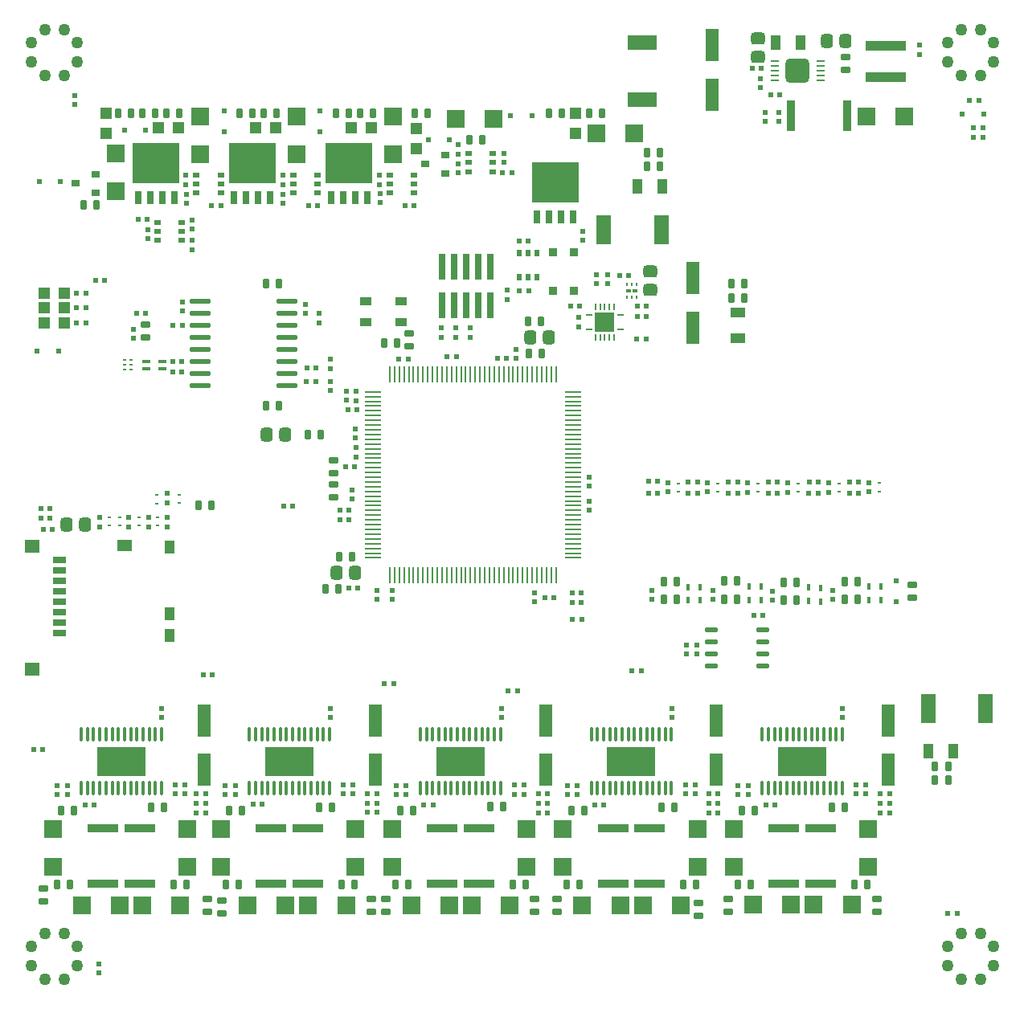
<source format=gtp>
G04 Layer_Color=8421504*
%FSLAX24Y24*%
%MOIN*%
G70*
G01*
G75*
%ADD12C,0.0500*%
%ADD53R,0.0591X0.0453*%
%ADD145R,0.0120X0.0102*%
%ADD146R,0.0236X0.0118*%
%ADD147R,0.0090X0.0137*%
G04:AMPARAMS|DCode=148|XSize=20mil|YSize=22mil|CornerRadius=3.4mil|HoleSize=0mil|Usage=FLASHONLY|Rotation=90.000|XOffset=0mil|YOffset=0mil|HoleType=Round|Shape=RoundedRectangle|*
%AMROUNDEDRECTD148*
21,1,0.0200,0.0152,0,0,90.0*
21,1,0.0132,0.0220,0,0,90.0*
1,1,0.0068,0.0076,0.0066*
1,1,0.0068,0.0076,-0.0066*
1,1,0.0068,-0.0076,-0.0066*
1,1,0.0068,-0.0076,0.0066*
%
%ADD148ROUNDEDRECTD148*%
G04:AMPARAMS|DCode=149|XSize=20mil|YSize=22mil|CornerRadius=3.4mil|HoleSize=0mil|Usage=FLASHONLY|Rotation=180.000|XOffset=0mil|YOffset=0mil|HoleType=Round|Shape=RoundedRectangle|*
%AMROUNDEDRECTD149*
21,1,0.0200,0.0152,0,0,180.0*
21,1,0.0132,0.0220,0,0,180.0*
1,1,0.0068,-0.0066,0.0076*
1,1,0.0068,0.0066,0.0076*
1,1,0.0068,0.0066,-0.0076*
1,1,0.0068,-0.0066,-0.0076*
%
%ADD149ROUNDEDRECTD149*%
%ADD150R,0.1279X0.0334*%
G04:AMPARAMS|DCode=151|XSize=27.1mil|YSize=37.4mil|CornerRadius=4.8mil|HoleSize=0mil|Usage=FLASHONLY|Rotation=0.000|XOffset=0mil|YOffset=0mil|HoleType=Round|Shape=RoundedRectangle|*
%AMROUNDEDRECTD151*
21,1,0.0271,0.0277,0,0,0.0*
21,1,0.0175,0.0374,0,0,0.0*
1,1,0.0097,0.0087,-0.0139*
1,1,0.0097,-0.0087,-0.0139*
1,1,0.0097,-0.0087,0.0139*
1,1,0.0097,0.0087,0.0139*
%
%ADD151ROUNDEDRECTD151*%
%ADD152R,0.0452X0.0334*%
%ADD153R,0.0315X0.0216*%
%ADD154O,0.0571X0.0216*%
%ADD155O,0.0886X0.0216*%
G04:AMPARAMS|DCode=156|XSize=103mil|YSize=103mil|CornerRadius=25.3mil|HoleSize=0mil|Usage=FLASHONLY|Rotation=0.000|XOffset=0mil|YOffset=0mil|HoleType=Round|Shape=RoundedRectangle|*
%AMROUNDEDRECTD156*
21,1,0.1030,0.0525,0,0,0.0*
21,1,0.0525,0.1030,0,0,0.0*
1,1,0.0505,0.0263,-0.0263*
1,1,0.0505,-0.0263,-0.0263*
1,1,0.0505,-0.0263,0.0263*
1,1,0.0505,0.0263,0.0263*
%
%ADD156ROUNDEDRECTD156*%
%ADD157R,0.0382X0.0098*%
%ADD158O,0.0098X0.0689*%
%ADD159O,0.0689X0.0098*%
G04:AMPARAMS|DCode=160|XSize=27.1mil|YSize=37.4mil|CornerRadius=4.8mil|HoleSize=0mil|Usage=FLASHONLY|Rotation=270.000|XOffset=0mil|YOffset=0mil|HoleType=Round|Shape=RoundedRectangle|*
%AMROUNDEDRECTD160*
21,1,0.0271,0.0277,0,0,270.0*
21,1,0.0175,0.0374,0,0,270.0*
1,1,0.0097,-0.0139,-0.0087*
1,1,0.0097,-0.0139,0.0087*
1,1,0.0097,0.0139,0.0087*
1,1,0.0097,0.0139,-0.0087*
%
%ADD160ROUNDEDRECTD160*%
%ADD161R,0.0334X0.1279*%
%ADD162R,0.1950X0.1680*%
%ADD163R,0.0260X0.0540*%
%ADD164R,0.0460X0.0460*%
%ADD165R,0.1653X0.0445*%
G04:AMPARAMS|DCode=166|XSize=50mil|YSize=58mil|CornerRadius=12mil|HoleSize=0mil|Usage=FLASHONLY|Rotation=0.000|XOffset=0mil|YOffset=0mil|HoleType=Round|Shape=RoundedRectangle|*
%AMROUNDEDRECTD166*
21,1,0.0500,0.0340,0,0,0.0*
21,1,0.0260,0.0580,0,0,0.0*
1,1,0.0240,0.0130,-0.0170*
1,1,0.0240,-0.0130,-0.0170*
1,1,0.0240,-0.0130,0.0170*
1,1,0.0240,0.0130,0.0170*
%
%ADD166ROUNDEDRECTD166*%
%ADD167R,0.0275X0.1082*%
%ADD168R,0.0460X0.0460*%
%ADD169R,0.0770X0.0770*%
%ADD170R,0.0770X0.0770*%
%ADD171R,0.0220X0.0220*%
%ADD172R,0.0180X0.0260*%
%ADD173R,0.0610X0.1240*%
%ADD174R,0.1240X0.0610*%
G04:AMPARAMS|DCode=175|XSize=50mil|YSize=58mil|CornerRadius=12mil|HoleSize=0mil|Usage=FLASHONLY|Rotation=90.000|XOffset=0mil|YOffset=0mil|HoleType=Round|Shape=RoundedRectangle|*
%AMROUNDEDRECTD175*
21,1,0.0500,0.0340,0,0,90.0*
21,1,0.0260,0.0580,0,0,90.0*
1,1,0.0240,0.0170,0.0130*
1,1,0.0240,0.0170,-0.0130*
1,1,0.0240,-0.0170,-0.0130*
1,1,0.0240,-0.0170,0.0130*
%
%ADD175ROUNDEDRECTD175*%
%ADD176R,0.0413X0.0649*%
%ADD177R,0.0649X0.0413*%
%ADD178R,0.0433X0.0571*%
%ADD179R,0.0571X0.0295*%
%ADD180R,0.0649X0.0531*%
%ADD181R,0.0531X0.1319*%
%ADD182R,0.0340X0.0300*%
%ADD183R,0.2035X0.1200*%
%ADD184O,0.0118X0.0649*%
%ADD185R,0.0138X0.0098*%
%ADD186R,0.0220X0.0220*%
%ADD187R,0.0216X0.0315*%
%ADD188R,0.0334X0.0137*%
%ADD189O,0.0090X0.0295*%
%ADD190O,0.0295X0.0090*%
%ADD191R,0.0787X0.0787*%
%ADD192R,0.0374X0.0334*%
G36*
X13631Y33643D02*
Y33592D01*
X13419D01*
Y33643D01*
X13454Y33679D01*
X13596D01*
X13631Y33643D01*
D02*
G37*
G36*
X14010D02*
Y33592D01*
X13800D01*
Y33643D01*
X13840Y33679D01*
X13980D01*
X14010Y33643D01*
D02*
G37*
G36*
X13257Y33640D02*
Y33592D01*
X13116D01*
Y33683D01*
X13214D01*
X13257Y33640D01*
D02*
G37*
G36*
X10000Y33643D02*
Y33592D01*
X9790D01*
Y33643D01*
X9830Y33679D01*
X9970D01*
X10000Y33643D01*
D02*
G37*
G36*
X10300Y33592D02*
X10170D01*
Y33640D01*
X10210Y33683D01*
X10300D01*
Y33592D01*
D02*
G37*
G36*
X21808Y34200D02*
X21773Y34170D01*
X21623D01*
X21584Y34210D01*
Y34450D01*
X21808D01*
Y34200D01*
D02*
G37*
G36*
X22186D02*
X22151Y34170D01*
X22001D01*
X21962Y34210D01*
Y34450D01*
X22186D01*
Y34200D01*
D02*
G37*
G36*
X23235Y33930D02*
X23135D01*
Y34450D01*
X23235D01*
Y33930D01*
D02*
G37*
G36*
X14310Y33592D02*
X14180D01*
Y33640D01*
X14220Y33683D01*
X14310D01*
Y33592D01*
D02*
G37*
G36*
X21415Y33930D02*
X21304D01*
Y34450D01*
X21415D01*
Y33930D01*
D02*
G37*
G36*
X22865Y32792D02*
X22735D01*
Y32840D01*
X22775Y32883D01*
X22865D01*
Y32792D01*
D02*
G37*
G36*
X5262Y33640D02*
Y33592D01*
X5120D01*
Y33683D01*
X5219D01*
X5262Y33640D01*
D02*
G37*
G36*
X22565Y32843D02*
Y32792D01*
X22355D01*
Y32843D01*
X22395Y32879D01*
X22535D01*
X22565Y32843D01*
D02*
G37*
G36*
X21812Y32840D02*
Y32792D01*
X21670D01*
Y32883D01*
X21769D01*
X21812Y32840D01*
D02*
G37*
G36*
X22186Y32843D02*
Y32792D01*
X21974D01*
Y32843D01*
X22009Y32879D01*
X22151D01*
X22186Y32843D01*
D02*
G37*
G36*
X9247Y33640D02*
Y33592D01*
X9106D01*
Y33683D01*
X9204D01*
X9247Y33640D01*
D02*
G37*
G36*
X9621Y33643D02*
Y33592D01*
X9409D01*
Y33643D01*
X9444Y33679D01*
X9586D01*
X9621Y33643D01*
D02*
G37*
G36*
X6315Y33592D02*
X6185D01*
Y33640D01*
X6225Y33683D01*
X6315D01*
Y33592D01*
D02*
G37*
G36*
X5636Y33643D02*
Y33592D01*
X5424D01*
Y33643D01*
X5459Y33679D01*
X5601D01*
X5636Y33643D01*
D02*
G37*
G36*
X6015D02*
Y33592D01*
X5805D01*
Y33643D01*
X5845Y33679D01*
X5985D01*
X6015Y33643D01*
D02*
G37*
G36*
X9621Y35000D02*
X9586Y34970D01*
X9436D01*
X9397Y35010D01*
Y35250D01*
X9621D01*
Y35000D01*
D02*
G37*
G36*
X10000Y35010D02*
X9960Y34970D01*
X9820D01*
X9780Y35010D01*
Y35250D01*
X10000D01*
Y35010D01*
D02*
G37*
G36*
X9243Y35000D02*
X9208Y34970D01*
X9058D01*
X9019Y35010D01*
Y35250D01*
X9243D01*
Y35000D01*
D02*
G37*
G36*
X6015Y35010D02*
X5975Y34970D01*
X5835D01*
X5795Y35010D01*
Y35250D01*
X6015D01*
Y35010D01*
D02*
G37*
G36*
X6385D02*
X6355Y34970D01*
X6205D01*
X6165Y35010D01*
Y35250D01*
X6385D01*
Y35010D01*
D02*
G37*
G36*
X14010D02*
X13970Y34970D01*
X13830D01*
X13790Y35010D01*
Y35250D01*
X14010D01*
Y35010D01*
D02*
G37*
G36*
X14380D02*
X14350Y34970D01*
X14200D01*
X14160Y35010D01*
Y35250D01*
X14380D01*
Y35010D01*
D02*
G37*
G36*
X13631Y35000D02*
X13596Y34970D01*
X13446D01*
X13407Y35010D01*
Y35250D01*
X13631D01*
Y35000D01*
D02*
G37*
G36*
X10370Y35010D02*
X10340Y34970D01*
X10190D01*
X10150Y35010D01*
Y35250D01*
X10370D01*
Y35010D01*
D02*
G37*
G36*
X13253Y35000D02*
X13218Y34970D01*
X13068D01*
X13029Y35010D01*
Y35250D01*
X13253D01*
Y35000D01*
D02*
G37*
G36*
X6685Y34730D02*
X6585D01*
Y35250D01*
X6685D01*
Y34730D01*
D02*
G37*
G36*
X8850D02*
X8739D01*
Y35250D01*
X8850D01*
Y34730D01*
D02*
G37*
G36*
X4865D02*
X4754D01*
Y35250D01*
X4865D01*
Y34730D01*
D02*
G37*
G36*
X22565Y34210D02*
X22525Y34170D01*
X22385D01*
X22345Y34210D01*
Y34450D01*
X22565D01*
Y34210D01*
D02*
G37*
G36*
X22935D02*
X22905Y34170D01*
X22755D01*
X22715Y34210D01*
Y34450D01*
X22935D01*
Y34210D01*
D02*
G37*
G36*
X5258Y35000D02*
X5223Y34970D01*
X5073D01*
X5034Y35010D01*
Y35250D01*
X5258D01*
Y35000D01*
D02*
G37*
G36*
X5636D02*
X5601Y34970D01*
X5451D01*
X5412Y35010D01*
Y35250D01*
X5636D01*
Y35000D01*
D02*
G37*
G36*
X14680Y34730D02*
X14580D01*
Y35250D01*
X14680D01*
Y34730D01*
D02*
G37*
G36*
X10670D02*
X10570D01*
Y35250D01*
X10670D01*
Y34730D01*
D02*
G37*
G36*
X12860D02*
X12749D01*
Y35250D01*
X12860D01*
Y34730D01*
D02*
G37*
D12*
X40445Y1106D02*
D03*
Y1894D02*
D03*
X39894Y2445D02*
D03*
X39106D02*
D03*
X38555Y1894D02*
D03*
Y1106D02*
D03*
X39106Y555D02*
D03*
X39894D02*
D03*
X40445Y38606D02*
D03*
Y39394D02*
D03*
X39894Y39945D02*
D03*
X39106D02*
D03*
X38555Y39394D02*
D03*
Y38606D02*
D03*
X39106Y38055D02*
D03*
X39894D02*
D03*
X2445Y38606D02*
D03*
Y39394D02*
D03*
X1894Y39945D02*
D03*
X1106D02*
D03*
X555Y39394D02*
D03*
Y38606D02*
D03*
X1106Y38055D02*
D03*
X1894D02*
D03*
X2445Y1106D02*
D03*
Y1894D02*
D03*
X1894Y2445D02*
D03*
X1106D02*
D03*
X555Y1894D02*
D03*
Y1106D02*
D03*
X1106Y555D02*
D03*
X1894D02*
D03*
D53*
X4415Y18549D02*
D03*
D145*
X4397Y26225D02*
D03*
X4397Y26028D02*
D03*
Y25831D02*
D03*
X4663Y25831D02*
D03*
Y26028D02*
D03*
X4663Y26225D02*
D03*
D146*
X25584Y29106D02*
D03*
X25308D02*
D03*
D147*
X25250Y29362D02*
D03*
X25446D02*
D03*
X25643D02*
D03*
Y28850D02*
D03*
X25446D02*
D03*
X25250D02*
D03*
D148*
X31533Y36141D02*
D03*
Y36520D02*
D03*
X30980Y36519D02*
D03*
Y36140D02*
D03*
X4587Y19318D02*
D03*
Y19697D02*
D03*
X3381Y19320D02*
D03*
Y19699D02*
D03*
X5404Y19698D02*
D03*
Y19319D02*
D03*
X6171Y20702D02*
D03*
Y20323D02*
D03*
X13600Y24560D02*
D03*
Y24939D02*
D03*
X12950Y26269D02*
D03*
Y25890D02*
D03*
Y24961D02*
D03*
Y25340D02*
D03*
X6181Y19698D02*
D03*
Y19319D02*
D03*
X30780Y37530D02*
D03*
Y37909D02*
D03*
X15671Y8587D02*
D03*
Y8208D02*
D03*
X20970Y8599D02*
D03*
Y8220D02*
D03*
X23986Y29406D02*
D03*
Y29785D02*
D03*
X15000Y33140D02*
D03*
Y32761D02*
D03*
X10990Y33123D02*
D03*
Y32744D02*
D03*
X23228Y27615D02*
D03*
Y27994D02*
D03*
X6965Y33123D02*
D03*
Y32744D02*
D03*
X18240Y34790D02*
D03*
Y35169D02*
D03*
X18250Y34390D02*
D03*
Y34011D02*
D03*
X7210Y32049D02*
D03*
Y31670D02*
D03*
X5360Y31640D02*
D03*
Y31261D02*
D03*
X29846Y8208D02*
D03*
Y8587D02*
D03*
X22757Y8208D02*
D03*
Y8587D02*
D03*
X8580Y8208D02*
D03*
Y8587D02*
D03*
X1611Y8208D02*
D03*
Y8587D02*
D03*
X34740Y8609D02*
D03*
Y8230D02*
D03*
X27660Y8609D02*
D03*
Y8230D02*
D03*
X6800Y28270D02*
D03*
Y28647D02*
D03*
X11900Y28170D02*
D03*
Y28547D02*
D03*
X14880Y16670D02*
D03*
Y16293D02*
D03*
X14020Y24553D02*
D03*
Y24930D02*
D03*
X17530Y27183D02*
D03*
Y27560D02*
D03*
X33790Y16297D02*
D03*
Y16674D02*
D03*
X31260Y16267D02*
D03*
Y16644D02*
D03*
X28800Y16684D02*
D03*
Y16307D02*
D03*
X26290Y16669D02*
D03*
Y16292D02*
D03*
X37380Y38923D02*
D03*
Y39300D02*
D03*
X23670Y21390D02*
D03*
Y21013D02*
D03*
X13990Y23000D02*
D03*
Y23377D02*
D03*
X21420Y16210D02*
D03*
Y16587D02*
D03*
X23660Y20010D02*
D03*
Y20387D02*
D03*
X20650Y26690D02*
D03*
Y26313D02*
D03*
X14000Y22600D02*
D03*
Y22223D02*
D03*
X13850Y20470D02*
D03*
Y20847D02*
D03*
X20024Y11410D02*
D03*
Y11787D02*
D03*
X16084Y8210D02*
D03*
Y8587D02*
D03*
X7215Y31195D02*
D03*
Y30818D02*
D03*
X34190Y11787D02*
D03*
Y11410D02*
D03*
X27110Y11787D02*
D03*
Y11410D02*
D03*
X12930Y11787D02*
D03*
Y11410D02*
D03*
X5944Y11787D02*
D03*
Y11410D02*
D03*
X30259Y8587D02*
D03*
Y8210D02*
D03*
X23170Y8587D02*
D03*
Y8210D02*
D03*
X8993Y8587D02*
D03*
Y8210D02*
D03*
X2024Y8587D02*
D03*
Y8210D02*
D03*
X27717Y14043D02*
D03*
Y14422D02*
D03*
X2340Y36841D02*
D03*
Y37220D02*
D03*
X3350Y1189D02*
D03*
Y810D02*
D03*
X33610Y21130D02*
D03*
Y20751D02*
D03*
X30250Y21130D02*
D03*
Y20751D02*
D03*
X26940Y21140D02*
D03*
Y20761D02*
D03*
X35290Y21140D02*
D03*
Y20761D02*
D03*
X31910Y21130D02*
D03*
Y20751D02*
D03*
X28590Y21140D02*
D03*
Y20761D02*
D03*
X12480Y28160D02*
D03*
Y27783D02*
D03*
X6510Y8230D02*
D03*
Y8607D02*
D03*
X13470Y8230D02*
D03*
Y8607D02*
D03*
X6910Y8230D02*
D03*
Y8609D02*
D03*
X13870Y8230D02*
D03*
Y8609D02*
D03*
X28060Y8230D02*
D03*
Y8609D02*
D03*
X35140Y8230D02*
D03*
Y8609D02*
D03*
X20570Y8220D02*
D03*
Y8599D02*
D03*
X20140Y34440D02*
D03*
Y34819D02*
D03*
X6955Y33521D02*
D03*
Y33900D02*
D03*
X10990Y33521D02*
D03*
Y33900D02*
D03*
X14990Y33520D02*
D03*
Y33899D02*
D03*
X23410Y31570D02*
D03*
Y31191D02*
D03*
X24439Y29406D02*
D03*
Y29785D02*
D03*
X15510Y16670D02*
D03*
Y16293D02*
D03*
X28140Y14041D02*
D03*
Y14420D02*
D03*
X18750Y27181D02*
D03*
Y27560D02*
D03*
X20260Y28751D02*
D03*
Y29130D02*
D03*
X18130Y27559D02*
D03*
Y27180D02*
D03*
X4760Y27140D02*
D03*
Y27517D02*
D03*
D149*
X21949Y8234D02*
D03*
X21570D02*
D03*
X6789Y25730D02*
D03*
X6410D02*
D03*
X12339Y25900D02*
D03*
X11960D02*
D03*
X6789Y26170D02*
D03*
X6410D02*
D03*
X12329Y25350D02*
D03*
X11950D02*
D03*
X13939Y21820D02*
D03*
X13560D02*
D03*
X1320Y19690D02*
D03*
X941D02*
D03*
X30433Y38334D02*
D03*
X30812D02*
D03*
X2800Y29010D02*
D03*
X2421D02*
D03*
X21150Y31160D02*
D03*
X20771D02*
D03*
X25656Y27096D02*
D03*
X26035D02*
D03*
X4970Y32060D02*
D03*
X5349D02*
D03*
X14869Y7460D02*
D03*
X14490D02*
D03*
X7759Y7450D02*
D03*
X7380D02*
D03*
X36129Y8240D02*
D03*
X35750D02*
D03*
X29019Y8230D02*
D03*
X28640D02*
D03*
X14869Y8240D02*
D03*
X14490D02*
D03*
X7759D02*
D03*
X7380D02*
D03*
X32789Y20698D02*
D03*
X33168D02*
D03*
X29451Y20700D02*
D03*
X29830D02*
D03*
X26141Y21200D02*
D03*
X26520D02*
D03*
X34471Y20700D02*
D03*
X34850D02*
D03*
X31091Y20710D02*
D03*
X31470D02*
D03*
X27781D02*
D03*
X28160D02*
D03*
X2420Y27790D02*
D03*
X2799D02*
D03*
X2420Y28400D02*
D03*
X2799D02*
D03*
X30992Y7770D02*
D03*
X31369D02*
D03*
X23903D02*
D03*
X24280D02*
D03*
X9726Y7800D02*
D03*
X10103D02*
D03*
X2757Y7770D02*
D03*
X3134D02*
D03*
X6420Y27660D02*
D03*
X6797D02*
D03*
X36127Y7840D02*
D03*
X35750D02*
D03*
X29017D02*
D03*
X28640D02*
D03*
X14867Y7850D02*
D03*
X14490D02*
D03*
X7757Y7840D02*
D03*
X7380D02*
D03*
X943Y20090D02*
D03*
X1320D02*
D03*
X31196Y37254D02*
D03*
X31573D02*
D03*
X25659Y28476D02*
D03*
X26036D02*
D03*
X25659Y28046D02*
D03*
X26036D02*
D03*
X25315Y29754D02*
D03*
X24938D02*
D03*
X22210Y16360D02*
D03*
X21833D02*
D03*
X19870Y26320D02*
D03*
X20247D02*
D03*
X32791Y21168D02*
D03*
X33168D02*
D03*
X29453Y21180D02*
D03*
X29830D02*
D03*
X26143Y20720D02*
D03*
X26520D02*
D03*
X13330Y19600D02*
D03*
X13707D02*
D03*
X13660Y24160D02*
D03*
X14037D02*
D03*
X13340Y20000D02*
D03*
X13717D02*
D03*
X34473Y21170D02*
D03*
X34850D02*
D03*
X31093Y21180D02*
D03*
X31470D02*
D03*
X27783Y21190D02*
D03*
X28160D02*
D03*
X14090Y16760D02*
D03*
X13713D02*
D03*
X16160Y26280D02*
D03*
X15783D02*
D03*
X16817Y7770D02*
D03*
X17194D02*
D03*
X21570Y7450D02*
D03*
X21947D02*
D03*
X20090Y34000D02*
D03*
X20467D02*
D03*
X30886Y15630D02*
D03*
X30509D02*
D03*
X20323Y12500D02*
D03*
X20702D02*
D03*
X25451Y13337D02*
D03*
X25830D02*
D03*
X15185Y12805D02*
D03*
X15564D02*
D03*
X7675Y13189D02*
D03*
X8054D02*
D03*
X23349Y16170D02*
D03*
X22970D02*
D03*
X22961Y16570D02*
D03*
X23340D02*
D03*
X23359Y15480D02*
D03*
X22980D02*
D03*
X3201Y29550D02*
D03*
X3580D02*
D03*
X1019Y10060D02*
D03*
X640D02*
D03*
X39447Y37006D02*
D03*
X39826D02*
D03*
X38551Y3280D02*
D03*
X38930D02*
D03*
X39616Y35467D02*
D03*
X39995D02*
D03*
X39992Y35867D02*
D03*
X39615D02*
D03*
X1041Y19220D02*
D03*
X1418D02*
D03*
X11371Y20187D02*
D03*
X10992D02*
D03*
X28640Y7450D02*
D03*
X29017D02*
D03*
X35750D02*
D03*
X36127D02*
D03*
X21570Y7830D02*
D03*
X21947D02*
D03*
X8395Y32648D02*
D03*
X8018D02*
D03*
X12410Y32657D02*
D03*
X12033D02*
D03*
X16422Y32630D02*
D03*
X16045D02*
D03*
X21160Y29100D02*
D03*
X20783D02*
D03*
X17780Y26370D02*
D03*
X18159D02*
D03*
X4900Y28180D02*
D03*
X5277D02*
D03*
X22904Y28465D02*
D03*
X23281D02*
D03*
D150*
X19091Y6821D02*
D03*
Y4499D02*
D03*
X17571Y6821D02*
D03*
Y4499D02*
D03*
X31746Y6821D02*
D03*
Y4499D02*
D03*
X24657Y6821D02*
D03*
Y4499D02*
D03*
X10480Y6821D02*
D03*
Y4499D02*
D03*
X3511Y6821D02*
D03*
Y4499D02*
D03*
X33266Y6821D02*
D03*
Y4499D02*
D03*
X26177Y6821D02*
D03*
Y4499D02*
D03*
X12000Y6821D02*
D03*
Y4499D02*
D03*
X5031Y6821D02*
D03*
Y4499D02*
D03*
D151*
X7462Y20210D02*
D03*
X7998D02*
D03*
X13848Y18070D02*
D03*
X13312D02*
D03*
X21162Y26500D02*
D03*
X21698D02*
D03*
X34272Y16300D02*
D03*
X34808D02*
D03*
X31742Y16270D02*
D03*
X32278D02*
D03*
X29282Y16310D02*
D03*
X29818D02*
D03*
X26772Y16294D02*
D03*
X27308D02*
D03*
X34272Y17050D02*
D03*
X34808D02*
D03*
X31742Y17020D02*
D03*
X32278D02*
D03*
X29282Y17060D02*
D03*
X29818D02*
D03*
X26772Y17044D02*
D03*
X27308D02*
D03*
X24218Y36470D02*
D03*
X23682D02*
D03*
X14182D02*
D03*
X14718D02*
D03*
X10182Y36470D02*
D03*
X10718D02*
D03*
X6152Y36470D02*
D03*
X6688D02*
D03*
X16452Y36470D02*
D03*
X16988D02*
D03*
X4668Y36470D02*
D03*
X4132D02*
D03*
X15162Y26950D02*
D03*
X15698D02*
D03*
X38558Y9360D02*
D03*
X38022D02*
D03*
X38558Y8820D02*
D03*
X38022D02*
D03*
X11992Y23150D02*
D03*
X12528D02*
D03*
X29562Y28800D02*
D03*
X30098D02*
D03*
X29562Y29400D02*
D03*
X30098D02*
D03*
X12752Y16750D02*
D03*
X13288D02*
D03*
X21665Y27844D02*
D03*
X21130D02*
D03*
X20493Y4470D02*
D03*
X21029D02*
D03*
X15653Y4460D02*
D03*
X16189D02*
D03*
X35203Y4470D02*
D03*
X34668D02*
D03*
X28115D02*
D03*
X27579D02*
D03*
X13938D02*
D03*
X13402D02*
D03*
X6969D02*
D03*
X6434D02*
D03*
X30363Y4460D02*
D03*
X29828D02*
D03*
X23275D02*
D03*
X22739D02*
D03*
X9147D02*
D03*
X8611D02*
D03*
X2128Y4470D02*
D03*
X1592D02*
D03*
X21992Y36470D02*
D03*
X22528D02*
D03*
X13172Y36470D02*
D03*
X13708D02*
D03*
X9162Y36470D02*
D03*
X9698D02*
D03*
X5678D02*
D03*
X5142D02*
D03*
X18712Y35380D02*
D03*
X19248D02*
D03*
X2712Y32670D02*
D03*
X3248D02*
D03*
X19576Y7700D02*
D03*
X20112D02*
D03*
X16378Y7530D02*
D03*
X15842D02*
D03*
X33751Y7690D02*
D03*
X34286D02*
D03*
X26662D02*
D03*
X27198D02*
D03*
X12485D02*
D03*
X13021D02*
D03*
X5517D02*
D03*
X6052D02*
D03*
X30553Y7540D02*
D03*
X30018D02*
D03*
X23465D02*
D03*
X22929D02*
D03*
X9288D02*
D03*
X8752D02*
D03*
X2319D02*
D03*
X1784D02*
D03*
X26608Y34290D02*
D03*
X26072D02*
D03*
X26608Y34840D02*
D03*
X26072D02*
D03*
X10808Y29410D02*
D03*
X10272D02*
D03*
X10808Y24350D02*
D03*
X10272D02*
D03*
D152*
X14422Y28673D02*
D03*
X15878D02*
D03*
Y27807D02*
D03*
X14422D02*
D03*
D153*
X19682Y34056D02*
D03*
Y34430D02*
D03*
Y34804D02*
D03*
X18678D02*
D03*
Y34430D02*
D03*
Y34056D02*
D03*
X6775Y31205D02*
D03*
Y31579D02*
D03*
Y31953D02*
D03*
X5771D02*
D03*
Y31579D02*
D03*
Y31205D02*
D03*
X8392Y33159D02*
D03*
Y33533D02*
D03*
Y33907D02*
D03*
X7388D02*
D03*
Y33533D02*
D03*
Y33159D02*
D03*
X12407D02*
D03*
Y33533D02*
D03*
Y33907D02*
D03*
X11404D02*
D03*
Y33533D02*
D03*
Y33159D02*
D03*
X16414Y33166D02*
D03*
Y33540D02*
D03*
Y33914D02*
D03*
X15410D02*
D03*
Y33540D02*
D03*
Y33166D02*
D03*
D154*
X28747Y15040D02*
D03*
Y14540D02*
D03*
Y14040D02*
D03*
Y13540D02*
D03*
X30873Y15040D02*
D03*
Y14540D02*
D03*
Y14040D02*
D03*
Y13540D02*
D03*
D155*
X7549Y28660D02*
D03*
Y28160D02*
D03*
Y27660D02*
D03*
Y27160D02*
D03*
Y26660D02*
D03*
Y26160D02*
D03*
Y25660D02*
D03*
Y25160D02*
D03*
X11151Y28660D02*
D03*
Y28160D02*
D03*
Y27660D02*
D03*
Y27160D02*
D03*
Y26660D02*
D03*
Y26160D02*
D03*
Y25660D02*
D03*
Y25160D02*
D03*
D156*
X32313Y38244D02*
D03*
D157*
X33258Y37851D02*
D03*
Y38047D02*
D03*
Y38244D02*
D03*
Y38441D02*
D03*
Y38638D02*
D03*
X31368Y37851D02*
D03*
Y38047D02*
D03*
Y38244D02*
D03*
Y38441D02*
D03*
Y38638D02*
D03*
D158*
X22295Y25625D02*
D03*
X22098D02*
D03*
X21901D02*
D03*
X21704D02*
D03*
X21507D02*
D03*
X21311D02*
D03*
X21114D02*
D03*
X20917D02*
D03*
X20720D02*
D03*
X20523D02*
D03*
X20326D02*
D03*
X20130D02*
D03*
X19933D02*
D03*
X19736D02*
D03*
X19539D02*
D03*
X19342D02*
D03*
X19145D02*
D03*
X18948D02*
D03*
X18752D02*
D03*
X18555D02*
D03*
X18358D02*
D03*
X18161D02*
D03*
X17964D02*
D03*
X17767D02*
D03*
X17570D02*
D03*
X17374D02*
D03*
X17177D02*
D03*
X16980D02*
D03*
X16783D02*
D03*
X16586D02*
D03*
X16389D02*
D03*
X16193D02*
D03*
X15996D02*
D03*
X15799D02*
D03*
X15602D02*
D03*
X15405D02*
D03*
Y17317D02*
D03*
X15602D02*
D03*
X15799D02*
D03*
X15996D02*
D03*
X16193D02*
D03*
X16389D02*
D03*
X16586D02*
D03*
X16783D02*
D03*
X16980D02*
D03*
X17177D02*
D03*
X17374D02*
D03*
X17570D02*
D03*
X17767D02*
D03*
X17964D02*
D03*
X18161D02*
D03*
X18358D02*
D03*
X18555D02*
D03*
X18752D02*
D03*
X18948D02*
D03*
X19145D02*
D03*
X19342D02*
D03*
X19539D02*
D03*
X19736D02*
D03*
X19933D02*
D03*
X20130D02*
D03*
X20326D02*
D03*
X20523D02*
D03*
X20720D02*
D03*
X20917D02*
D03*
X21114D02*
D03*
X21311D02*
D03*
X21507D02*
D03*
X21704D02*
D03*
X21901D02*
D03*
X22098D02*
D03*
X22295D02*
D03*
D159*
X14696Y24916D02*
D03*
Y24719D02*
D03*
Y24522D02*
D03*
Y24325D02*
D03*
Y24128D02*
D03*
Y23932D02*
D03*
Y23735D02*
D03*
Y23538D02*
D03*
Y23341D02*
D03*
Y23144D02*
D03*
Y22947D02*
D03*
Y22751D02*
D03*
Y22554D02*
D03*
Y22357D02*
D03*
Y22160D02*
D03*
Y21963D02*
D03*
Y21766D02*
D03*
Y21569D02*
D03*
Y21373D02*
D03*
Y21176D02*
D03*
Y20979D02*
D03*
Y20782D02*
D03*
Y20585D02*
D03*
Y20388D02*
D03*
Y20192D02*
D03*
Y19995D02*
D03*
Y19798D02*
D03*
Y19601D02*
D03*
Y19404D02*
D03*
Y19207D02*
D03*
Y19010D02*
D03*
Y18814D02*
D03*
Y18617D02*
D03*
Y18420D02*
D03*
Y18223D02*
D03*
Y18026D02*
D03*
X23004D02*
D03*
Y18223D02*
D03*
Y18420D02*
D03*
Y18617D02*
D03*
Y18814D02*
D03*
Y19010D02*
D03*
Y19207D02*
D03*
Y19404D02*
D03*
Y19601D02*
D03*
Y19798D02*
D03*
Y19995D02*
D03*
Y20192D02*
D03*
Y20388D02*
D03*
Y20585D02*
D03*
Y20782D02*
D03*
Y20979D02*
D03*
Y21176D02*
D03*
Y21373D02*
D03*
Y21569D02*
D03*
Y21766D02*
D03*
Y21963D02*
D03*
Y22160D02*
D03*
Y22357D02*
D03*
Y22554D02*
D03*
Y22751D02*
D03*
Y22947D02*
D03*
Y23144D02*
D03*
Y23341D02*
D03*
Y23538D02*
D03*
Y23735D02*
D03*
Y23932D02*
D03*
Y24128D02*
D03*
Y24325D02*
D03*
Y24522D02*
D03*
Y24719D02*
D03*
Y24916D02*
D03*
D160*
X37090Y16372D02*
D03*
Y16908D02*
D03*
X16210Y27338D02*
D03*
Y26802D02*
D03*
X34293Y38802D02*
D03*
Y38267D02*
D03*
X13090Y22068D02*
D03*
Y21532D02*
D03*
X21421Y3332D02*
D03*
Y3868D02*
D03*
X15241Y3332D02*
D03*
Y3868D02*
D03*
X35596D02*
D03*
Y3332D02*
D03*
X28210Y3718D02*
D03*
Y3182D02*
D03*
X14625Y3868D02*
D03*
Y3332D02*
D03*
X7855Y3868D02*
D03*
Y3332D02*
D03*
X29430Y3868D02*
D03*
Y3332D02*
D03*
X22327Y3868D02*
D03*
Y3332D02*
D03*
X8455Y3801D02*
D03*
Y3266D02*
D03*
X1043Y4323D02*
D03*
Y3787D02*
D03*
X13090Y21068D02*
D03*
Y20532D02*
D03*
X5270Y27182D02*
D03*
Y27718D02*
D03*
D161*
X32052Y36374D02*
D03*
X34375D02*
D03*
D162*
X22265Y33610D02*
D03*
X13710Y34410D02*
D03*
X9700D02*
D03*
X5715D02*
D03*
D163*
X23015Y32166D02*
D03*
X22515D02*
D03*
X22015D02*
D03*
X21515D02*
D03*
X14460Y32966D02*
D03*
X13960D02*
D03*
X13460D02*
D03*
X12960D02*
D03*
X10450D02*
D03*
X9950D02*
D03*
X9450D02*
D03*
X8950D02*
D03*
X6465D02*
D03*
X5965D02*
D03*
X5465D02*
D03*
X4965D02*
D03*
D164*
X1080Y29010D02*
D03*
X1913D02*
D03*
X13820Y35890D02*
D03*
X14653D02*
D03*
X1080Y27790D02*
D03*
X1913D02*
D03*
X9830Y35890D02*
D03*
X10663D02*
D03*
X5810D02*
D03*
X6643D02*
D03*
X1080Y28400D02*
D03*
X1913D02*
D03*
D165*
X35963Y39266D02*
D03*
Y37963D02*
D03*
D166*
X11070Y23130D02*
D03*
X10316D02*
D03*
X13210Y17420D02*
D03*
X13964D02*
D03*
X22004Y27175D02*
D03*
X21250D02*
D03*
X33553Y39484D02*
D03*
X34307D02*
D03*
X2771Y19400D02*
D03*
X2017D02*
D03*
D167*
X19590Y30109D02*
D03*
Y28511D02*
D03*
X19090Y30109D02*
D03*
Y28511D02*
D03*
X18590Y30109D02*
D03*
Y28511D02*
D03*
X18090Y30109D02*
D03*
Y28511D02*
D03*
X17590Y30109D02*
D03*
Y28511D02*
D03*
D168*
X3630Y36470D02*
D03*
Y35637D02*
D03*
X23110Y35640D02*
D03*
Y36473D02*
D03*
X16500Y35000D02*
D03*
Y35833D02*
D03*
D169*
X34567Y3630D02*
D03*
X32990D02*
D03*
X27477Y3600D02*
D03*
X25900D02*
D03*
X13593Y3602D02*
D03*
X12015D02*
D03*
X6713D02*
D03*
X5135D02*
D03*
X30478Y3630D02*
D03*
X32056D02*
D03*
X23390Y3600D02*
D03*
X24967D02*
D03*
X9508D02*
D03*
X11085D02*
D03*
X2638D02*
D03*
X4215D02*
D03*
X36751Y36354D02*
D03*
X35173D02*
D03*
X18806Y3602D02*
D03*
X20384D02*
D03*
X17881Y3600D02*
D03*
X16304D02*
D03*
X25547Y35630D02*
D03*
X23970D02*
D03*
X19717Y36240D02*
D03*
X18140D02*
D03*
D170*
X35246Y5213D02*
D03*
Y6790D02*
D03*
X28157Y5213D02*
D03*
Y6790D02*
D03*
X13980Y5213D02*
D03*
Y6790D02*
D03*
X7011Y5213D02*
D03*
Y6790D02*
D03*
X29666Y5213D02*
D03*
Y6790D02*
D03*
X22577Y5213D02*
D03*
Y6790D02*
D03*
X8400Y5213D02*
D03*
Y6790D02*
D03*
X1431Y5213D02*
D03*
Y6790D02*
D03*
X21071D02*
D03*
Y5213D02*
D03*
X15491Y6790D02*
D03*
Y5213D02*
D03*
X15530Y36337D02*
D03*
Y34760D02*
D03*
X11530Y36357D02*
D03*
Y34780D02*
D03*
X7540Y36357D02*
D03*
Y34780D02*
D03*
X4030Y33243D02*
D03*
Y34820D02*
D03*
D171*
X1660Y26620D02*
D03*
X787D02*
D03*
X1753Y33630D02*
D03*
X880D02*
D03*
X16997Y35380D02*
D03*
X17870D02*
D03*
X5283Y35770D02*
D03*
X4410D02*
D03*
X21293Y36380D02*
D03*
X20420D02*
D03*
X39152Y36457D02*
D03*
X40025D02*
D03*
D172*
X35790Y16274D02*
D03*
Y16826D02*
D03*
X33270Y16776D02*
D03*
Y16224D02*
D03*
X30800Y16284D02*
D03*
Y16836D02*
D03*
X28290Y16820D02*
D03*
Y16269D02*
D03*
X35290Y16826D02*
D03*
Y16274D02*
D03*
X32760Y16244D02*
D03*
Y16796D02*
D03*
X30300Y16284D02*
D03*
Y16836D02*
D03*
X27790Y16820D02*
D03*
Y16269D02*
D03*
D173*
X40104Y11777D02*
D03*
X37733D02*
D03*
X24290Y31630D02*
D03*
X26661D02*
D03*
D174*
X25870Y39400D02*
D03*
Y37029D02*
D03*
D175*
X30662Y39575D02*
D03*
Y38821D02*
D03*
X26216Y29146D02*
D03*
Y29900D02*
D03*
D176*
X32455Y39424D02*
D03*
X31411D02*
D03*
X37728Y10020D02*
D03*
X38772D02*
D03*
X26702Y33430D02*
D03*
X25658D02*
D03*
D177*
X29830Y27148D02*
D03*
Y28192D02*
D03*
D178*
X6275Y14818D02*
D03*
Y15724D02*
D03*
Y18480D02*
D03*
D179*
X1718Y17929D02*
D03*
Y17495D02*
D03*
Y17062D02*
D03*
Y16629D02*
D03*
Y16196D02*
D03*
Y15763D02*
D03*
Y15330D02*
D03*
Y14897D02*
D03*
D180*
X576Y13421D02*
D03*
Y18499D02*
D03*
D181*
X28790Y39294D02*
D03*
Y37246D02*
D03*
X27970Y27586D02*
D03*
Y29634D02*
D03*
X21860Y9226D02*
D03*
Y11274D02*
D03*
X36060D02*
D03*
Y9226D02*
D03*
X28930Y11274D02*
D03*
Y9226D02*
D03*
X14800Y11274D02*
D03*
Y9226D02*
D03*
X7700Y11274D02*
D03*
Y9226D02*
D03*
D182*
X17704Y33986D02*
D03*
Y34740D02*
D03*
X16870Y34360D02*
D03*
X3194Y33186D02*
D03*
Y33940D02*
D03*
X2360Y33560D02*
D03*
D183*
X32509Y9590D02*
D03*
X25420D02*
D03*
X18334D02*
D03*
X11243D02*
D03*
X4274D02*
D03*
D184*
X34172Y10712D02*
D03*
X33916D02*
D03*
X33660D02*
D03*
X33404D02*
D03*
X33149D02*
D03*
X32893D02*
D03*
X32637D02*
D03*
X32381D02*
D03*
X32125D02*
D03*
X31869D02*
D03*
X31613D02*
D03*
X31357D02*
D03*
X31101D02*
D03*
X30845D02*
D03*
X34172Y8468D02*
D03*
X33916D02*
D03*
X33660D02*
D03*
X33404D02*
D03*
X33149D02*
D03*
X32893D02*
D03*
X32637D02*
D03*
X32381D02*
D03*
X32125D02*
D03*
X31869D02*
D03*
X31613D02*
D03*
X31357D02*
D03*
X31101D02*
D03*
X30845D02*
D03*
X23757D02*
D03*
X24013D02*
D03*
X24269D02*
D03*
X24525D02*
D03*
X24780D02*
D03*
X25036D02*
D03*
X25292D02*
D03*
X25548D02*
D03*
X25804D02*
D03*
X26060D02*
D03*
X26316D02*
D03*
X26572D02*
D03*
X26828D02*
D03*
X27084D02*
D03*
X23757Y10712D02*
D03*
X24013D02*
D03*
X24269D02*
D03*
X24525D02*
D03*
X24780D02*
D03*
X25036D02*
D03*
X25292D02*
D03*
X25548D02*
D03*
X25804D02*
D03*
X26060D02*
D03*
X26316D02*
D03*
X26572D02*
D03*
X26828D02*
D03*
X27084D02*
D03*
X19998D02*
D03*
X19742D02*
D03*
X19486D02*
D03*
X19230D02*
D03*
X18974D02*
D03*
X18718D02*
D03*
X18462D02*
D03*
X18206D02*
D03*
X17950D02*
D03*
X17694D02*
D03*
X17439D02*
D03*
X17183D02*
D03*
X16927D02*
D03*
X16671D02*
D03*
X19998Y8468D02*
D03*
X19742D02*
D03*
X19486D02*
D03*
X19230D02*
D03*
X18974D02*
D03*
X18718D02*
D03*
X18462D02*
D03*
X18206D02*
D03*
X17950D02*
D03*
X17694D02*
D03*
X17439D02*
D03*
X17183D02*
D03*
X16927D02*
D03*
X16671D02*
D03*
X9580D02*
D03*
X9836D02*
D03*
X10091D02*
D03*
X10347D02*
D03*
X10603D02*
D03*
X10859D02*
D03*
X11115D02*
D03*
X11371D02*
D03*
X11627D02*
D03*
X11883D02*
D03*
X12139D02*
D03*
X12395D02*
D03*
X12651D02*
D03*
X12906D02*
D03*
X9580Y10712D02*
D03*
X9836D02*
D03*
X10091D02*
D03*
X10347D02*
D03*
X10603D02*
D03*
X10859D02*
D03*
X11115D02*
D03*
X11371D02*
D03*
X11627D02*
D03*
X11883D02*
D03*
X12139D02*
D03*
X12395D02*
D03*
X12651D02*
D03*
X12906D02*
D03*
X5938D02*
D03*
X5682D02*
D03*
X5426D02*
D03*
X5170D02*
D03*
X4914D02*
D03*
X4658D02*
D03*
X4402D02*
D03*
X4146D02*
D03*
X3891D02*
D03*
X3635D02*
D03*
X3379D02*
D03*
X3123D02*
D03*
X2867D02*
D03*
X2611D02*
D03*
X5938Y8468D02*
D03*
X5682D02*
D03*
X5426D02*
D03*
X5170D02*
D03*
X4914D02*
D03*
X4658D02*
D03*
X4402D02*
D03*
X4146D02*
D03*
X3891D02*
D03*
X3635D02*
D03*
X3379D02*
D03*
X3123D02*
D03*
X2867D02*
D03*
X2611D02*
D03*
D185*
X34040Y21117D02*
D03*
Y20763D02*
D03*
X30660D02*
D03*
Y21117D02*
D03*
X35720Y20773D02*
D03*
Y21127D02*
D03*
X32350Y21117D02*
D03*
Y20763D02*
D03*
X29010D02*
D03*
Y21117D02*
D03*
X3789Y19715D02*
D03*
Y19360D02*
D03*
X4193Y19715D02*
D03*
Y19360D02*
D03*
X5748Y20640D02*
D03*
Y20285D02*
D03*
X6663Y20650D02*
D03*
Y20295D02*
D03*
X5010Y19715D02*
D03*
Y19360D02*
D03*
X5787Y19715D02*
D03*
Y19360D02*
D03*
X27360Y21117D02*
D03*
Y20763D02*
D03*
D186*
X36410Y17073D02*
D03*
Y16200D02*
D03*
X8540Y35717D02*
D03*
Y36590D02*
D03*
X12520Y35717D02*
D03*
Y36590D02*
D03*
D187*
X20766Y29681D02*
D03*
X21140D02*
D03*
X21514D02*
D03*
Y30685D02*
D03*
X21140D02*
D03*
X20766D02*
D03*
D188*
X5975Y25871D02*
D03*
X5305D02*
D03*
Y26186D02*
D03*
X5975D02*
D03*
D189*
X23927Y27165D02*
D03*
X24124D02*
D03*
X24321D02*
D03*
X24518D02*
D03*
X24715D02*
D03*
Y28445D02*
D03*
X24518D02*
D03*
X24321D02*
D03*
X24124D02*
D03*
X23927D02*
D03*
D190*
X24961Y27510D02*
D03*
Y28100D02*
D03*
X23681D02*
D03*
Y27510D02*
D03*
D191*
X24321Y27805D02*
D03*
D192*
X22187Y29103D02*
D03*
X23053Y30717D02*
D03*
Y29103D02*
D03*
X22187Y30717D02*
D03*
M02*

</source>
